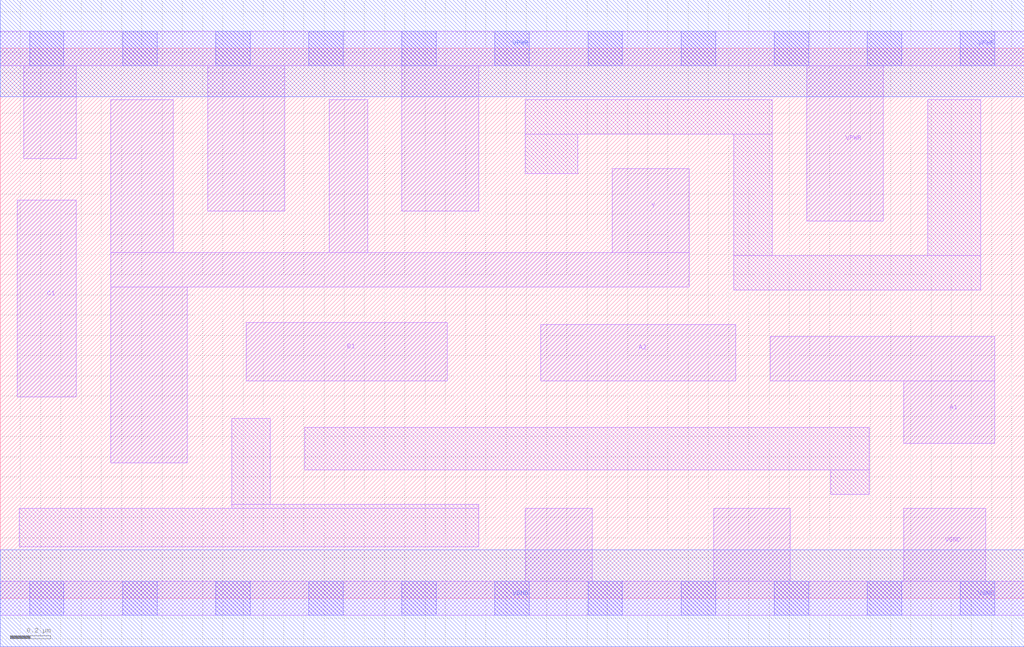
<source format=lef>
# Copyright 2020 The SkyWater PDK Authors
#
# Licensed under the Apache License, Version 2.0 (the "License");
# you may not use this file except in compliance with the License.
# You may obtain a copy of the License at
#
#     https://www.apache.org/licenses/LICENSE-2.0
#
# Unless required by applicable law or agreed to in writing, software
# distributed under the License is distributed on an "AS IS" BASIS,
# WITHOUT WARRANTIES OR CONDITIONS OF ANY KIND, either express or implied.
# See the License for the specific language governing permissions and
# limitations under the License.
#
# SPDX-License-Identifier: Apache-2.0

VERSION 5.7 ;
  NAMESCASESENSITIVE ON ;
  NOWIREEXTENSIONATPIN ON ;
  DIVIDERCHAR "/" ;
  BUSBITCHARS "[]" ;
UNITS
  DATABASE MICRONS 200 ;
END UNITS
PROPERTYDEFINITIONS
  MACRO maskLayoutSubType STRING ;
  MACRO prCellType STRING ;
  MACRO originalViewName STRING ;
END PROPERTYDEFINITIONS
MACRO sky130_fd_sc_hdll__o211ai_2
  CLASS CORE ;
  FOREIGN sky130_fd_sc_hdll__o211ai_2 ;
  ORIGIN  0.000000  0.000000 ;
  SIZE  5.060000 BY  2.720000 ;
  SYMMETRY X Y R90 ;
  SITE unithd ;
  PIN A1
    ANTENNAGATEAREA  0.555000 ;
    DIRECTION INPUT ;
    USE SIGNAL ;
    PORT
      LAYER li1 ;
        RECT 3.805000 1.075000 4.915000 1.295000 ;
        RECT 4.465000 0.765000 4.915000 1.075000 ;
    END
  END A1
  PIN A2
    ANTENNAGATEAREA  0.555000 ;
    DIRECTION INPUT ;
    USE SIGNAL ;
    PORT
      LAYER li1 ;
        RECT 2.670000 1.075000 3.635000 1.355000 ;
    END
  END A2
  PIN B1
    ANTENNAGATEAREA  0.555000 ;
    DIRECTION INPUT ;
    USE SIGNAL ;
    PORT
      LAYER li1 ;
        RECT 1.215000 1.075000 2.210000 1.365000 ;
    END
  END B1
  PIN C1
    ANTENNAGATEAREA  0.555000 ;
    DIRECTION INPUT ;
    USE SIGNAL ;
    PORT
      LAYER li1 ;
        RECT 0.085000 0.995000 0.375000 1.970000 ;
    END
  END C1
  PIN VGND
    ANTENNADIFFAREA  0.614250 ;
    DIRECTION INOUT ;
    USE SIGNAL ;
    PORT
      LAYER li1 ;
        RECT 0.000000 -0.085000 5.060000 0.085000 ;
        RECT 2.595000  0.085000 2.925000 0.445000 ;
        RECT 3.525000  0.085000 3.905000 0.445000 ;
        RECT 4.465000  0.085000 4.870000 0.445000 ;
      LAYER mcon ;
        RECT 0.145000 -0.085000 0.315000 0.085000 ;
        RECT 0.605000 -0.085000 0.775000 0.085000 ;
        RECT 1.065000 -0.085000 1.235000 0.085000 ;
        RECT 1.525000 -0.085000 1.695000 0.085000 ;
        RECT 1.985000 -0.085000 2.155000 0.085000 ;
        RECT 2.445000 -0.085000 2.615000 0.085000 ;
        RECT 2.905000 -0.085000 3.075000 0.085000 ;
        RECT 3.365000 -0.085000 3.535000 0.085000 ;
        RECT 3.825000 -0.085000 3.995000 0.085000 ;
        RECT 4.285000 -0.085000 4.455000 0.085000 ;
        RECT 4.745000 -0.085000 4.915000 0.085000 ;
      LAYER met1 ;
        RECT 0.000000 -0.240000 5.060000 0.240000 ;
    END
  END VGND
  PIN VPWR
    ANTENNADIFFAREA  1.150000 ;
    DIRECTION INOUT ;
    USE SIGNAL ;
    PORT
      LAYER li1 ;
        RECT 0.000000 2.635000 5.060000 2.805000 ;
        RECT 0.115000 2.175000 0.375000 2.635000 ;
        RECT 1.025000 1.915000 1.405000 2.635000 ;
        RECT 1.985000 1.915000 2.365000 2.635000 ;
        RECT 3.985000 1.865000 4.365000 2.635000 ;
      LAYER mcon ;
        RECT 0.145000 2.635000 0.315000 2.805000 ;
        RECT 0.605000 2.635000 0.775000 2.805000 ;
        RECT 1.065000 2.635000 1.235000 2.805000 ;
        RECT 1.525000 2.635000 1.695000 2.805000 ;
        RECT 1.985000 2.635000 2.155000 2.805000 ;
        RECT 2.445000 2.635000 2.615000 2.805000 ;
        RECT 2.905000 2.635000 3.075000 2.805000 ;
        RECT 3.365000 2.635000 3.535000 2.805000 ;
        RECT 3.825000 2.635000 3.995000 2.805000 ;
        RECT 4.285000 2.635000 4.455000 2.805000 ;
        RECT 4.745000 2.635000 4.915000 2.805000 ;
      LAYER met1 ;
        RECT 0.000000 2.480000 5.060000 2.960000 ;
    END
  END VPWR
  PIN Y
    ANTENNADIFFAREA  1.114500 ;
    DIRECTION OUTPUT ;
    USE SIGNAL ;
    PORT
      LAYER li1 ;
        RECT 0.545000 0.670000 0.925000 1.540000 ;
        RECT 0.545000 1.540000 3.405000 1.710000 ;
        RECT 0.545000 1.710000 0.855000 2.465000 ;
        RECT 1.625000 1.710000 1.815000 2.465000 ;
        RECT 3.025000 1.710000 3.405000 2.125000 ;
    END
  END Y
  OBS
    LAYER li1 ;
      RECT 0.095000 0.255000 2.365000 0.445000 ;
      RECT 1.145000 0.445000 2.365000 0.465000 ;
      RECT 1.145000 0.465000 1.335000 0.890000 ;
      RECT 1.505000 0.635000 4.295000 0.845000 ;
      RECT 2.595000 2.100000 2.855000 2.295000 ;
      RECT 2.595000 2.295000 3.815000 2.465000 ;
      RECT 3.625000 1.525000 4.845000 1.695000 ;
      RECT 3.625000 1.695000 3.815000 2.295000 ;
      RECT 4.105000 0.515000 4.295000 0.635000 ;
      RECT 4.585000 1.695000 4.845000 2.465000 ;
  END
  PROPERTY maskLayoutSubType "abstract" ;
  PROPERTY prCellType "standard" ;
  PROPERTY originalViewName "layout" ;
END sky130_fd_sc_hdll__o211ai_2

</source>
